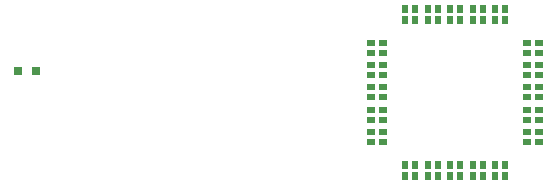
<source format=gbr>
G04 EAGLE Gerber RS-274X export*
G75*
%MOMM*%
%FSLAX34Y34*%
%LPD*%
%INSolderpaste Top*%
%IPPOS*%
%AMOC8*
5,1,8,0,0,1.08239X$1,22.5*%
G01*
%ADD10R,0.580000X0.720000*%
%ADD11R,0.720000X0.580000*%
%ADD12R,0.800000X0.800000*%


D10*
X192269Y148313D03*
X183769Y148313D03*
X183769Y158313D03*
X192269Y158313D03*
D11*
X211019Y129563D03*
X211019Y121063D03*
X221019Y121063D03*
X221019Y129563D03*
D10*
X173269Y148313D03*
X164769Y148313D03*
X164769Y158313D03*
X173269Y158313D03*
X154269Y148313D03*
X145769Y148313D03*
X145769Y158313D03*
X154269Y158313D03*
X135269Y148313D03*
X126769Y148313D03*
X126769Y158313D03*
X135269Y158313D03*
X116269Y148313D03*
X107769Y148313D03*
X107769Y158313D03*
X116269Y158313D03*
D11*
X211019Y110563D03*
X211019Y102063D03*
X221019Y102063D03*
X221019Y110563D03*
X211019Y91563D03*
X211019Y83063D03*
X221019Y83063D03*
X221019Y91563D03*
X211019Y72563D03*
X211019Y64063D03*
X221019Y64063D03*
X221019Y72563D03*
X211019Y53563D03*
X211019Y45063D03*
X221019Y45063D03*
X221019Y53563D03*
X79019Y129563D03*
X79019Y121063D03*
X89019Y121063D03*
X89019Y129563D03*
D10*
X192269Y16313D03*
X183769Y16313D03*
X183769Y26313D03*
X192269Y26313D03*
X173269Y16313D03*
X164769Y16313D03*
X164769Y26313D03*
X173269Y26313D03*
X154269Y16313D03*
X145769Y16313D03*
X145769Y26313D03*
X154269Y26313D03*
X135269Y16313D03*
X126769Y16313D03*
X126769Y26313D03*
X135269Y26313D03*
X116269Y16313D03*
X107769Y16313D03*
X107769Y26313D03*
X116269Y26313D03*
D11*
X79019Y110563D03*
X79019Y102063D03*
X89019Y102063D03*
X89019Y110563D03*
X79019Y91563D03*
X79019Y83063D03*
X89019Y83063D03*
X89019Y91563D03*
X79019Y72563D03*
X79019Y64063D03*
X89019Y64063D03*
X89019Y72563D03*
X79019Y53563D03*
X79019Y45063D03*
X89019Y45063D03*
X89019Y53563D03*
D12*
X-220225Y105569D03*
X-205225Y105569D03*
M02*

</source>
